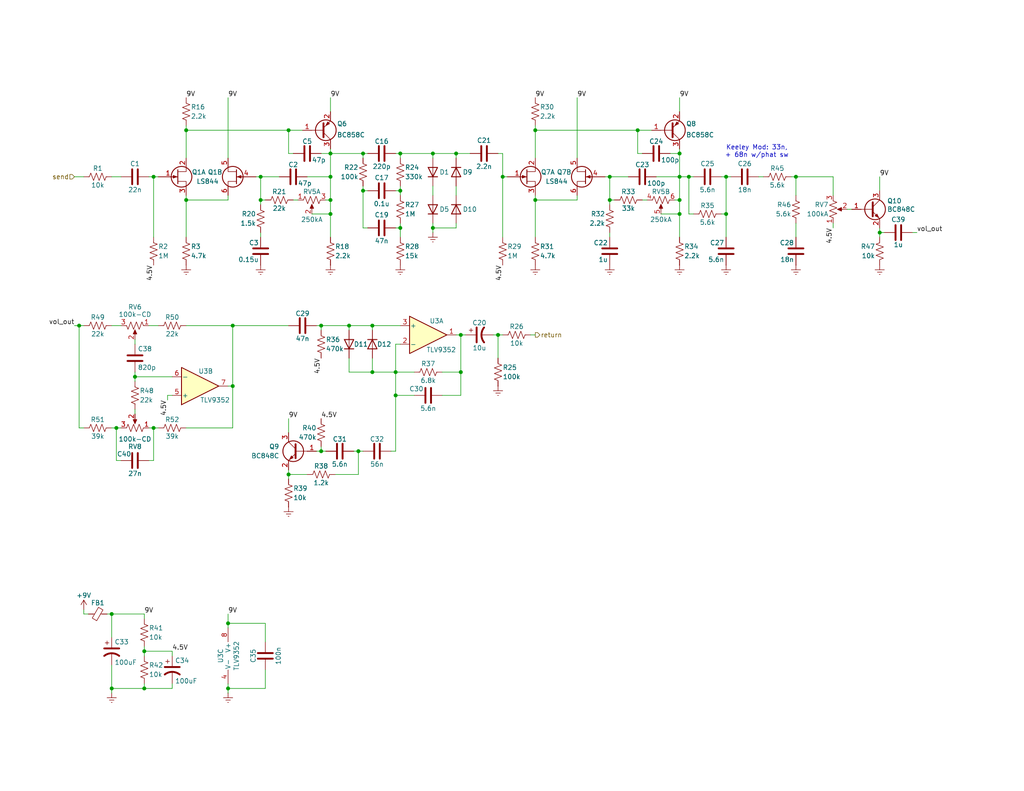
<source format=kicad_sch>
(kicad_sch (version 20250114) (generator "eeschema") (generator_version "9.0")
  (paper "USLetter")
  (title_block (title "Blues Driver") (date "2026-01-18") (rev "1.0.0") (company "Bennett Custom Audio"))
  (lib_symbols
    (symbol "Amplifier_Operational:TLV9302xD" (pin_names (offset 0.127))
      (property "Reference" "U" (at 0 5.08 0))
      (property "Value" "TLV9302xD" (at 0 -5.08 0))
      (symbol "TLV9302xD_1_1"
        (pin input line (at -7.62 2.54 0) (length 2.54) (name "+") (number "3"))
        (pin input line (at -7.62 -2.54 0) (length 2.54) (name "-") (number "2"))
        (pin output line (at 7.62 0 180) (length 2.54) (name "~") (number "1"))
      )
      (symbol "TLV9302xD_2_1"
        (pin input line (at -7.62 2.54 0) (length 2.54) (name "+") (number "5"))
        (pin input line (at -7.62 -2.54 0) (length 2.54) (name "-") (number "6"))
        (pin output line (at 7.62 0 180) (length 2.54) (name "~") (number "7"))
      )
      (symbol "TLV9302xD_3_1"
        (pin power_in line (at -2.54 7.62 270) (length 3.81) (name "V+") (number "8"))
        (pin power_in line (at -2.54 -7.62 90) (length 3.81) (name "V-") (number "4"))
      )
    )
    (symbol "BCA Symbol Library:CP_Power" (pin_numbers (hide yes)) (pin_names (offset 0.254) (hide yes))
      (property "Reference" "C" (at 0.635 2.54 0))
      (property "Value" "CP_Power" (at 0.635 -2.54 0))
      (symbol "CP_Power_1_1"
        (pin passive line (at 0 3.81 270) (length 2.794) (name "~") (number "1"))
        (pin passive line (at 0 -3.81 90) (length 3.302) (name "~") (number "2"))
      )
    )
    (symbol "Device:D" (pin_numbers (hide yes)) (pin_names (offset 1.016) (hide yes))
      (property "Reference" "D" (at 0 2.54 0))
      (property "Value" "D" (at 0 -2.54 0))
      (symbol "D_1_1"
        (pin passive line (at -3.81 0 0) (length 2.54) (name "K") (number "1"))
        (pin passive line (at 3.81 0 180) (length 2.54) (name "A") (number "2"))
      )
    )
    (symbol "Device:FerriteBead_Small" (pin_numbers (hide yes)) (pin_names (offset 0))
      (property "Reference" "FB" (at 1.905 1.27 0))
      (property "Value" "FerriteBead_Small" (at 1.905 -1.27 0))
      (symbol "FerriteBead_Small_1_1"
        (pin passive line (at 0 2.54 270) (length 1.27) (name "~") (number "1"))
        (pin passive line (at 0 -2.54 90) (length 1.27) (name "~") (number "2"))
      )
    )
    (symbol "Transistor_BJT:Q_NPN_BEC" (pin_names (offset 0) (hide yes))
      (property "Reference" "Q" (at 5.08 1.27 0))
      (property "Value" "Q_NPN_BEC" (at 5.08 -1.27 0))
      (symbol "Q_NPN_BEC_1_1"
        (pin input line (at -5.08 0 0) (length 2.54) (name "B") (number "1"))
        (pin passive line (at 2.54 5.08 270) (length 2.54) (name "C") (number "3"))
        (pin passive line (at 2.54 -5.08 90) (length 2.54) (name "E") (number "2"))
      )
    )
    (symbol "Transistor_BJT:Q_PNP_BEC" (pin_names (offset 0) (hide yes))
      (property "Reference" "Q" (at 5.08 1.27 0))
      (property "Value" "Q_PNP_BEC" (at 5.08 -1.27 0))
      (symbol "Q_PNP_BEC_1_1"
        (pin input line (at -5.08 0 0) (length 2.54) (name "B") (number "1"))
        (pin passive line (at 2.54 5.08 270) (length 2.54) (name "C") (number "3"))
        (pin passive line (at 2.54 -5.08 90) (length 2.54) (name "E") (number "2"))
      )
    )
    (symbol "bca-symbols:CP_Audio" (pin_numbers (hide yes)) (pin_names (offset 0.254) (hide yes))
      (property "Reference" "C" (at 0.635 2.54 0))
      (property "Value" "CP_Audio" (at 0.635 -2.54 0))
      (symbol "CP_Audio_1_1"
        (pin passive line (at 0 3.81 270) (length 2.794) (name "~") (number "1"))
        (pin passive line (at 0 -3.81 90) (length 3.302) (name "~") (number "2"))
      )
    )
    (symbol "bca-symbols:C_Ceramic" (pin_numbers (hide yes)) (pin_names (offset 0.254))
      (property "Reference" "C" (at 0.635 2.54 0))
      (property "Value" "C_Ceramic" (at 0.635 -2.54 0))
      (symbol "C_Ceramic_1_1"
        (pin passive line (at 0 3.81 270) (length 2.794) (name "~") (number "1"))
        (pin passive line (at 0 -3.81 90) (length 2.794) (name "~") (number "2"))
      )
    )
    (symbol "bca-symbols:C_Film_W2.50mm" (pin_numbers (hide yes)) (pin_names (offset 0.254))
      (property "Reference" "C" (at 0.635 2.54 0))
      (property "Value" "C_Film_W2.50mm" (at 0.635 -2.54 0))
      (symbol "C_Film_W2.50mm_1_1"
        (pin passive line (at 0 3.81 270) (length 2.794) (name "~") (number "1"))
        (pin passive line (at 0 -3.81 90) (length 2.794) (name "~") (number "2"))
      )
    )
    (symbol "bca-symbols:C_Film_W3.50mm" (pin_numbers (hide yes)) (pin_names (offset 0.254))
      (property "Reference" "C" (at 0.635 2.54 0))
      (property "Value" "C_Film_W3.50mm" (at 0.635 -2.54 0))
      (symbol "C_Film_W3.50mm_1_1"
        (pin passive line (at 0 3.81 270) (length 2.794) (name "~") (number "1"))
        (pin passive line (at 0 -3.81 90) (length 2.794) (name "~") (number "2"))
      )
    )
    (symbol "bca-symbols:LS84x_SOT23" (pin_names (offset 0) (hide yes))
      (property "Reference" "Q" (at 5.08 1.27 0))
      (property "Value" "LS84x_SOT23" (at 5.08 -1.27 0))
      (symbol "LS84x_SOT23_1_1"
        (pin input line (at -5.08 0 0) (length 5.334) (name "G1") (number "1"))
        (pin passive line (at 2.54 5.08 270) (length 2.54) (name "D1") (number "2"))
        (pin passive line (at 2.54 -5.08 90) (length 2.54) (name "S1") (number "3"))
      )
      (symbol "LS84x_SOT23_2_1"
        (pin input line (at -5.08 0 0) (length 5.334) (name "G1") (number "4"))
        (pin passive line (at 2.54 5.08 270) (length 2.54) (name "D2") (number "5"))
        (pin passive line (at 2.54 -5.08 90) (length 2.54) (name "S1") (number "6"))
      )
    )
    (symbol "bca-symbols:R" (pin_numbers (hide yes)) (pin_names (offset 0))
      (property "Reference" "R" (at 0 2.032 0))
      (property "Value" "R" (at 0 -2.54 0))
      (symbol "R_1_1"
        (pin passive line (at -3.81 0 0) (length 1.27) (name "~") (number "1"))
        (pin passive line (at 3.81 0 180) (length 1.27) (name "~") (number "2"))
      )
    )
    (symbol "bca-symbols:R_POT" (pin_names (offset 1.016) (hide yes))
      (property "Reference" "RV" (at -5.08 0 90))
      (property "Value" "R_POT" (at -2.54 0 90))
      (symbol "R_POT_1_1"
        (pin passive line (at 0 3.81 270) (length 1.27) (name "3") (number "3"))
        (pin passive line (at 0 -3.81 90) (length 1.27) (name "1") (number "1"))
        (pin passive line (at 3.81 0 180) (length 1.27) (name "2") (number "2"))
      )
    )
    (symbol "bca-symbols:R_POT_Dual" (pin_names (offset 1.016) (hide yes))
      (property "Reference" "RV" (at -4.445 0 90))
      (property "Value" "R_POT_Dual" (at -2.54 0 90))
      (symbol "R_POT_Dual_1_1"
        (pin passive line (at 0 3.81 270) (length 1.27) (name "6") (number "3"))
        (pin passive line (at 0 -3.81 90) (length 1.27) (name "4") (number "1"))
        (pin passive line (at 3.81 0 180) (length 1.27) (name "5") (number "2"))
      )
      (symbol "R_POT_Dual_2_1"
        (pin passive line (at 0 3.81 270) (length 1.27) (name "6") (number "6"))
        (pin passive line (at 0 -3.81 90) (length 1.27) (name "4") (number "4"))
        (pin passive line (at 3.81 0 180) (length 1.27) (name "5") (number "5"))
      )
    )
    (symbol "power:+9V" (power) (pin_numbers (hide yes)) (pin_names (offset 0) (hide yes))
      (property "Value" "+9V" (at 0 3.556 0))
      (symbol "+9V_1_1"
        (pin power_in line (at 0 0 90) (length 0) (name "~") (number "1"))
      )
    )
    (symbol "power:Earth" (power) (pin_numbers (hide yes)) (pin_names (offset 0) (hide yes))
      (property "Value" "Earth" (at 0 -3.81 0))
      (symbol "Earth_1_1"
        (pin power_in line (at 0 0 270) (length 0) (name "~") (number "1"))
      )
    )
  )
  (text "Keeley Mod: 33n,\n+ 68n w/phat sw" (at 206.502 41.402 0) (effects (font (size 1.27 1.27))))
  (junction (at 185.42 41.91))
  (junction (at 125.73 91.44))
  (junction (at 63.5 88.9))
  (junction (at 31.75 116.84))
  (junction (at 50.8 54.61))
  (junction (at 21.59 88.9))
  (junction (at 198.12 48.26))
  (junction (at 36.83 102.87))
  (junction (at 99.06 52.07))
  (junction (at 71.12 54.61))
  (junction (at 63.5 105.41))
  (junction (at 146.05 54.61))
  (junction (at 39.37 187.96))
  (junction (at 185.42 48.26))
  (junction (at 71.12 48.26))
  (junction (at 50.8 35.56))
  (junction (at 107.95 107.95))
  (junction (at 90.17 48.26))
  (junction (at 198.12 58.42))
  (junction (at 118.11 62.23))
  (junction (at 78.74 35.56))
  (junction (at 109.22 52.07))
  (junction (at 135.89 91.44))
  (junction (at 101.6 88.9))
  (junction (at 41.91 116.84))
  (junction (at 39.37 177.8))
  (junction (at 30.48 187.96))
  (junction (at 101.6 101.6))
  (junction (at 62.23 170.18))
  (junction (at 90.17 58.42))
  (junction (at 146.05 35.56))
  (junction (at 118.11 41.91))
  (junction (at 217.17 48.26))
  (junction (at 109.22 41.91))
  (junction (at 90.17 41.91))
  (junction (at 62.23 187.96))
  (junction (at 166.37 54.61))
  (junction (at 97.79 123.19))
  (junction (at 90.17 54.61))
  (junction (at 87.63 123.19))
  (junction (at 30.48 167.64))
  (junction (at 87.63 88.9))
  (junction (at 125.73 101.6))
  (junction (at 173.99 35.56))
  (junction (at 166.37 48.26))
  (junction (at 95.25 88.9))
  (junction (at 240.03 63.5))
  (junction (at 41.91 48.26))
  (junction (at 109.22 62.23))
  (junction (at 185.42 54.61))
  (junction (at 124.46 41.91))
  (junction (at 137.16 48.26))
  (junction (at 187.96 48.26))
  (junction (at 99.06 41.91))
  (junction (at 78.74 129.54))
  (junction (at 107.95 101.6))
  (junction (at 185.42 58.42))
  (wire (pts (xy 50.8 35.56) (xy 78.74 35.56)))
  (wire (pts (xy 62.23 187.96) (xy 62.23 189.23)))
  (wire (pts (xy 101.6 97.79) (xy 101.6 101.6)))
  (wire (pts (xy 175.26 41.91) (xy 173.99 41.91)))
  (wire (pts (xy 85.09 58.42) (xy 90.17 58.42)))
  (wire (pts (xy 71.12 48.26) (xy 69.85 48.26)))
  (wire (pts (xy 185.42 54.61) (xy 185.42 58.42)))
  (wire (pts (xy 50.8 116.84) (xy 63.5 116.84)))
  (wire (pts (xy 22.86 166.37) (xy 22.86 167.64)))
  (wire (pts (xy 40.64 88.9) (xy 43.18 88.9)))
  (wire (pts (xy 137.16 41.91) (xy 137.16 48.26)))
  (wire (pts (xy 198.12 48.26) (xy 198.12 58.42)))
  (wire (pts (xy 72.39 170.18) (xy 62.23 170.18)))
  (wire (pts (xy 62.23 167.64) (xy 62.23 170.18)))
  (wire (pts (xy 124.46 50.8) (xy 124.46 53.34)))
  (wire (pts (xy 118.11 41.91) (xy 118.11 43.18)))
  (wire (pts (xy 100.33 62.23) (xy 99.06 62.23)))
  (wire (pts (xy 217.17 48.26) (xy 215.9 48.26)))
  (wire (pts (xy 99.06 52.07) (xy 99.06 62.23)))
  (wire (pts (xy 78.74 41.91) (xy 78.74 35.56)))
  (wire (pts (xy 196.85 58.42) (xy 198.12 58.42)))
  (wire (pts (xy 30.48 116.84) (xy 31.75 116.84)))
  (wire (pts (xy 124.46 41.91) (xy 118.11 41.91)))
  (wire (pts (xy 90.17 40.64) (xy 90.17 41.91)))
  (wire (pts (xy 125.73 107.95) (xy 125.73 101.6)))
  (wire (pts (xy 62.23 186.69) (xy 62.23 187.96)))
  (wire (pts (xy 107.95 101.6) (xy 107.95 93.98)))
  (wire (pts (xy 146.05 54.61) (xy 146.05 64.77)))
  (wire (pts (xy 87.63 88.9) (xy 86.36 88.9)))
  (wire (pts (xy 95.25 97.79) (xy 95.25 101.6)))
  (wire (pts (xy 217.17 48.26) (xy 227.33 48.26)))
  (wire (pts (xy 90.17 54.61) (xy 90.17 58.42)))
  (wire (pts (xy 87.63 123.19) (xy 88.9 123.19)))
  (wire (pts (xy 101.6 88.9) (xy 101.6 90.17)))
  (wire (pts (xy 107.95 107.95) (xy 107.95 123.19)))
  (wire (pts (xy 173.99 35.56) (xy 177.8 35.56)))
  (wire (pts (xy 146.05 34.29) (xy 146.05 35.56)))
  (wire (pts (xy 137.16 64.77) (xy 137.16 48.26)))
  (wire (pts (xy 41.91 64.77) (xy 41.91 48.26)))
  (wire (pts (xy 87.63 121.92) (xy 87.63 123.19)))
  (wire (pts (xy 30.48 187.96) (xy 30.48 189.23)))
  (wire (pts (xy 109.22 52.07) (xy 109.22 53.34)))
  (wire (pts (xy 71.12 48.26) (xy 71.12 54.61)))
  (wire (pts (xy 78.74 129.54) (xy 83.82 129.54)))
  (wire (pts (xy 90.17 41.91) (xy 99.06 41.91)))
  (wire (pts (xy 107.95 52.07) (xy 109.22 52.07)))
  (wire (pts (xy 109.22 62.23) (xy 109.22 64.77)))
  (wire (pts (xy 124.46 43.18) (xy 124.46 41.91)))
  (wire (pts (xy 30.48 88.9) (xy 33.02 88.9)))
  (wire (pts (xy 187.96 48.26) (xy 189.23 48.26)))
  (wire (pts (xy 50.8 34.29) (xy 50.8 35.56)))
  (wire (pts (xy 31.75 116.84) (xy 31.75 125.73)))
  (wire (pts (xy 80.01 41.91) (xy 78.74 41.91)))
  (wire (pts (xy 198.12 48.26) (xy 199.39 48.26)))
  (wire (pts (xy 101.6 88.9) (xy 109.22 88.9)))
  (wire (pts (xy 180.34 58.42) (xy 185.42 58.42)))
  (wire (pts (xy 31.75 116.84) (xy 33.02 116.84)))
  (wire (pts (xy 30.48 167.64) (xy 39.37 167.64)))
  (wire (pts (xy 124.46 60.96) (xy 124.46 62.23)))
  (wire (pts (xy 87.63 41.91) (xy 90.17 41.91)))
  (wire (pts (xy 107.95 107.95) (xy 107.95 101.6)))
  (wire (pts (xy 240.03 62.23) (xy 240.03 63.5)))
  (wire (pts (xy 80.01 54.61) (xy 81.28 54.61)))
  (wire (pts (xy 63.5 88.9) (xy 78.74 88.9)))
  (wire (pts (xy 97.79 123.19) (xy 97.79 129.54)))
  (wire (pts (xy 36.83 101.6) (xy 36.83 102.87)))
  (wire (pts (xy 30.48 173.99) (xy 30.48 167.64)))
  (wire (pts (xy 78.74 114.3) (xy 78.74 118.11)))
  (wire (pts (xy 227.33 53.34) (xy 227.33 48.26)))
  (wire (pts (xy 157.48 53.34) (xy 157.48 54.61)))
  (wire (pts (xy 135.89 91.44) (xy 137.16 91.44)))
  (wire (pts (xy 146.05 35.56) (xy 146.05 43.18)))
  (wire (pts (xy 118.11 62.23) (xy 118.11 63.5)))
  (wire (pts (xy 71.12 63.5) (xy 71.12 64.77)))
  (wire (pts (xy 30.48 48.26) (xy 33.02 48.26)))
  (wire (pts (xy 207.01 48.26) (xy 208.28 48.26)))
  (wire (pts (xy 45.72 109.22) (xy 45.72 107.95)))
  (wire (pts (xy 50.8 54.61) (xy 50.8 64.77)))
  (wire (pts (xy 109.22 41.91) (xy 107.95 41.91)))
  (wire (pts (xy 101.6 101.6) (xy 107.95 101.6)))
  (wire (pts (xy 50.8 35.56) (xy 50.8 43.18)))
  (wire (pts (xy 50.8 54.61) (xy 62.23 54.61)))
  (wire (pts (xy 107.95 93.98) (xy 109.22 93.98)))
  (wire (pts (xy 63.5 105.41) (xy 63.5 88.9)))
  (wire (pts (xy 22.86 167.64) (xy 24.13 167.64)))
  (wire (pts (xy 95.25 88.9) (xy 95.25 90.17)))
  (wire (pts (xy 62.23 53.34) (xy 62.23 54.61)))
  (wire (pts (xy 62.23 105.41) (xy 63.5 105.41)))
  (wire (pts (xy 45.72 107.95) (xy 46.99 107.95)))
  (wire (pts (xy 248.92 63.5) (xy 250.19 63.5)))
  (wire (pts (xy 71.12 48.26) (xy 76.2 48.26)))
  (wire (pts (xy 40.64 125.73) (xy 41.91 125.73)))
  (wire (pts (xy 227.33 62.23) (xy 227.33 60.96)))
  (wire (pts (xy 30.48 167.64) (xy 29.21 167.64)))
  (wire (pts (xy 83.82 48.26) (xy 90.17 48.26)))
  (wire (pts (xy 166.37 55.88) (xy 166.37 54.61)))
  (wire (pts (xy 231.14 57.15) (xy 232.41 57.15)))
  (wire (pts (xy 21.59 88.9) (xy 22.86 88.9)))
  (wire (pts (xy 62.23 187.96) (xy 72.39 187.96)))
  (wire (pts (xy 46.99 179.07) (xy 46.99 177.8)))
  (wire (pts (xy 20.32 48.26) (xy 22.86 48.26)))
  (wire (pts (xy 118.11 41.91) (xy 109.22 41.91)))
  (wire (pts (xy 185.42 48.26) (xy 185.42 54.61)))
  (wire (pts (xy 120.65 101.6) (xy 125.73 101.6)))
  (wire (pts (xy 118.11 62.23) (xy 124.46 62.23)))
  (wire (pts (xy 20.32 88.9) (xy 21.59 88.9)))
  (wire (pts (xy 41.91 116.84) (xy 41.91 125.73)))
  (wire (pts (xy 95.25 101.6) (xy 101.6 101.6)))
  (wire (pts (xy 99.06 43.18) (xy 99.06 41.91)))
  (wire (pts (xy 72.39 175.26) (xy 72.39 170.18)))
  (wire (pts (xy 41.91 116.84) (xy 43.18 116.84)))
  (wire (pts (xy 109.22 62.23) (xy 107.95 62.23)))
  (wire (pts (xy 39.37 186.69) (xy 39.37 187.96)))
  (wire (pts (xy 118.11 60.96) (xy 118.11 62.23)))
  (wire (pts (xy 187.96 58.42) (xy 187.96 48.26)))
  (wire (pts (xy 72.39 187.96) (xy 72.39 182.88)))
  (wire (pts (xy 87.63 90.17) (xy 87.63 88.9)))
  (wire (pts (xy 90.17 26.67) (xy 90.17 30.48)))
  (wire (pts (xy 166.37 54.61) (xy 167.64 54.61)))
  (wire (pts (xy 124.46 41.91) (xy 128.27 41.91)))
  (wire (pts (xy 109.22 60.96) (xy 109.22 62.23)))
  (wire (pts (xy 182.88 41.91) (xy 185.42 41.91)))
  (wire (pts (xy 217.17 53.34) (xy 217.17 48.26)))
  (wire (pts (xy 240.03 63.5) (xy 241.3 63.5)))
  (wire (pts (xy 146.05 53.34) (xy 146.05 54.61)))
  (wire (pts (xy 46.99 186.69) (xy 46.99 187.96)))
  (wire (pts (xy 90.17 41.91) (xy 90.17 48.26)))
  (wire (pts (xy 198.12 58.42) (xy 198.12 64.77)))
  (wire (pts (xy 144.78 91.44) (xy 146.05 91.44)))
  (wire (pts (xy 41.91 48.26) (xy 43.18 48.26)))
  (wire (pts (xy 184.15 54.61) (xy 185.42 54.61)))
  (wire (pts (xy 185.42 58.42) (xy 185.42 64.77)))
  (wire (pts (xy 125.73 91.44) (xy 127 91.44)))
  (wire (pts (xy 36.83 111.76) (xy 36.83 113.03)))
  (wire (pts (xy 39.37 177.8) (xy 39.37 179.07)))
  (wire (pts (xy 78.74 35.56) (xy 82.55 35.56)))
  (wire (pts (xy 97.79 123.19) (xy 99.06 123.19)))
  (wire (pts (xy 113.03 107.95) (xy 107.95 107.95)))
  (wire (pts (xy 46.99 187.96) (xy 39.37 187.96)))
  (wire (pts (xy 63.5 88.9) (xy 50.8 88.9)))
  (wire (pts (xy 166.37 48.26) (xy 171.45 48.26)))
  (wire (pts (xy 96.52 123.19) (xy 97.79 123.19)))
  (wire (pts (xy 179.07 48.26) (xy 185.42 48.26)))
  (wire (pts (xy 135.89 91.44) (xy 134.62 91.44)))
  (wire (pts (xy 166.37 48.26) (xy 165.1 48.26)))
  (wire (pts (xy 62.23 26.67) (xy 62.23 43.18)))
  (wire (pts (xy 71.12 55.88) (xy 71.12 54.61)))
  (wire (pts (xy 90.17 48.26) (xy 90.17 54.61)))
  (wire (pts (xy 185.42 26.67) (xy 185.42 30.48)))
  (wire (pts (xy 30.48 181.61) (xy 30.48 187.96)))
  (wire (pts (xy 175.26 54.61) (xy 176.53 54.61)))
  (wire (pts (xy 120.65 107.95) (xy 125.73 107.95)))
  (wire (pts (xy 146.05 54.61) (xy 157.48 54.61)))
  (wire (pts (xy 185.42 48.26) (xy 187.96 48.26)))
  (wire (pts (xy 40.64 48.26) (xy 41.91 48.26)))
  (wire (pts (xy 39.37 177.8) (xy 46.99 177.8)))
  (wire (pts (xy 78.74 129.54) (xy 78.74 130.81)))
  (wire (pts (xy 109.22 52.07) (xy 109.22 50.8)))
  (wire (pts (xy 217.17 60.96) (xy 217.17 64.77)))
  (wire (pts (xy 166.37 63.5) (xy 166.37 64.77)))
  (wire (pts (xy 166.37 48.26) (xy 166.37 54.61)))
  (wire (pts (xy 36.83 102.87) (xy 46.99 102.87)))
  (wire (pts (xy 185.42 40.64) (xy 185.42 41.91)))
  (wire (pts (xy 185.42 41.91) (xy 185.42 48.26)))
  (wire (pts (xy 157.48 26.67) (xy 157.48 43.18)))
  (wire (pts (xy 135.89 41.91) (xy 137.16 41.91)))
  (wire (pts (xy 125.73 91.44) (xy 124.46 91.44)))
  (wire (pts (xy 240.03 48.26) (xy 240.03 52.07)))
  (wire (pts (xy 95.25 88.9) (xy 101.6 88.9)))
  (wire (pts (xy 36.83 104.14) (xy 36.83 102.87)))
  (wire (pts (xy 87.63 123.19) (xy 86.36 123.19)))
  (wire (pts (xy 22.86 116.84) (xy 21.59 116.84)))
  (wire (pts (xy 63.5 116.84) (xy 63.5 105.41)))
  (wire (pts (xy 39.37 187.96) (xy 30.48 187.96)))
  (wire (pts (xy 99.06 41.91) (xy 100.33 41.91)))
  (wire (pts (xy 196.85 48.26) (xy 198.12 48.26)))
  (wire (pts (xy 99.06 52.07) (xy 99.06 50.8)))
  (wire (pts (xy 91.44 129.54) (xy 97.79 129.54)))
  (wire (pts (xy 90.17 58.42) (xy 90.17 64.77)))
  (wire (pts (xy 50.8 53.34) (xy 50.8 54.61)))
  (wire (pts (xy 33.02 125.73) (xy 31.75 125.73)))
  (wire (pts (xy 106.68 123.19) (xy 107.95 123.19)))
  (wire (pts (xy 39.37 168.91) (xy 39.37 167.64)))
  (wire (pts (xy 118.11 50.8) (xy 118.11 53.34)))
  (wire (pts (xy 36.83 92.71) (xy 36.83 93.98)))
  (wire (pts (xy 189.23 58.42) (xy 187.96 58.42)))
  (wire (pts (xy 173.99 41.91) (xy 173.99 35.56)))
  (wire (pts (xy 137.16 48.26) (xy 138.43 48.26)))
  (wire (pts (xy 78.74 128.27) (xy 78.74 129.54)))
  (wire (pts (xy 240.03 63.5) (xy 240.03 64.77)))
  (wire (pts (xy 107.95 101.6) (xy 113.03 101.6)))
  (wire (pts (xy 87.63 88.9) (xy 95.25 88.9)))
  (wire (pts (xy 88.9 54.61) (xy 90.17 54.61)))
  (wire (pts (xy 146.05 35.56) (xy 173.99 35.56)))
  (wire (pts (xy 39.37 176.53) (xy 39.37 177.8)))
  (wire (pts (xy 21.59 116.84) (xy 21.59 88.9)))
  (wire (pts (xy 40.64 116.84) (xy 41.91 116.84)))
  (wire (pts (xy 100.33 52.07) (xy 99.06 52.07)))
  (wire (pts (xy 135.89 97.79) (xy 135.89 91.44)))
  (wire (pts (xy 109.22 43.18) (xy 109.22 41.91)))
  (wire (pts (xy 62.23 170.18) (xy 62.23 171.45)))
  (wire (pts (xy 71.12 54.61) (xy 72.39 54.61)))
  (wire (pts (xy 125.73 101.6) (xy 125.73 91.44)))
  (label "9V" (at 240.03 48.26 0))
  (label "9V" (at 50.8 26.67 0))
  (label "9V" (at 185.42 26.67 0))
  (label "vol_out" (at 250.19 63.5 0))
  (label "9V" (at 62.23 26.67 0))
  (label "9V" (at 90.17 26.67 0))
  (label "9V" (at 157.48 26.67 0))
  (label "9V" (at 78.74 114.3 0))
  (label "vol_out" (at 20.32 88.9 180))
  (label "9V" (at 146.05 26.67 0))
  (label "4.5V" (at 227.33 62.23 270))
  (label "4.5V" (at 41.91 72.39 270))
  (label "4.5V" (at 87.63 97.79 270))
  (label "4.5V" (at 87.63 114.3 0))
  (label "9V" (at 39.37 167.64 0))
  (label "4.5V" (at 45.72 109.22 270))
  (label "4.5V" (at 137.16 72.39 270))
  (label "4.5V" (at 46.99 177.8 0))
  (label "9V" (at 62.23 167.64 0))
  (hierarchical_label "send" (shape input) (at 20.32 48.26 180))
  (hierarchical_label "return" (shape output) (at 146.05 91.44 0))
  (symbol (lib_id "Amplifier_Operational:TLV9302xD") (at 116.84 91.44 0) (unit 1)
    (property "Reference" "U3" (at 119.126 87.63 0))
    (property "Value" "TLV9352" (at 120.396 95.504 0))
    (property "Footprint" "Package_SO:SOIC-8_3.9x4.9mm_P1.27mm" (effects (hide yes)))
    (property "Datasheet" "https://www.ti.com/lit/ds/symlink/tlv9302.pdf" (effects (hide yes)))
    (property "Description" "40-V, 1-MHz, RRO Operational Amplifiers for Cost-Sensitive Systems, SOIC-8" (effects (hide yes)))
  )
  (symbol (lib_id "power:Earth") (at 62.23 189.23 0) (unit 1)
    (property "Reference" "#PWR044" (effects (hide yes)))
    (property "Value" "Earth" (effects (hide yes)))
    (property "Description" "Power symbol creates a global label with name \"Earth\"" (effects (hide yes)))
  )
  (symbol (lib_id "bca-symbols:R") (at 76.2 54.61 0) (unit 1)
    (property "Reference" "R21" (at 76.2 52.324 0))
    (property "Value" "22k" (at 76.2 56.896 0))
    (property "Footprint" "bca-footprints:R_L3.6mm_D1.6mm_P5.00mm_Horizontal" (effects (hide yes)))
    (property "Description" "Resistor, Horizontal" (effects (hide yes)))
  )
  (symbol (lib_id "bca-symbols:C_Film_W3.50mm") (at 245.11 63.5 90) (mirror x) (unit 1)
    (property "Reference" "C39" (at 245.11 59.944 90))
    (property "Value" "1u" (at 245.11 66.802 90))
    (property "Footprint" "bca-footprints:C_Film_L7.2mm_W3.5mm_P5.00mm" (effects (hide yes)))
    (property "Description" "Unpolarized capacitor" (effects (hide yes)))
  )
  (symbol (lib_id "bca-symbols:R") (at 240.03 68.58 270) (mirror x) (unit 1)
    (property "Reference" "R47" (at 238.76 67.31 90) (effects (justify right)))
    (property "Value" "10k" (at 238.76 69.85 90) (effects (justify right)))
    (property "Footprint" "bca-footprints:R_L3.6mm_D1.6mm_P5.00mm_Horizontal" (effects (hide yes)))
    (property "Description" "Resistor, Horizontal" (effects (hide yes)))
  )
  (symbol (lib_id "power:Earth") (at 166.37 72.39 0) (unit 1)
    (property "Reference" "#PWR032" (effects (hide yes)))
    (property "Value" "Earth" (effects (hide yes)))
    (property "Description" "Power symbol creates a global label with name \"Earth\"" (effects (hide yes)))
  )
  (symbol (lib_id "bca-symbols:R") (at 109.22 46.99 90) (unit 1)
    (property "Reference" "R24" (at 110.49 45.72 90) (effects (justify right)))
    (property "Value" "330k" (at 110.49 48.26 90) (effects (justify right)))
    (property "Footprint" "bca-footprints:R_L3.6mm_D1.6mm_P5.00mm_Horizontal" (effects (hide yes)))
    (property "Description" "Resistor, Horizontal" (effects (hide yes)))
  )
  (symbol (lib_id "bca-symbols:R") (at 140.97 91.44 0) (unit 1)
    (property "Reference" "R26" (at 140.97 89.154 0))
    (property "Value" "10k" (at 140.97 93.726 0))
    (property "Footprint" "bca-footprints:R_L3.6mm_D1.6mm_P5.00mm_Horizontal" (effects (hide yes)))
    (property "Description" "Resistor, Horizontal" (effects (hide yes)))
  )
  (symbol (lib_id "bca-symbols:R") (at 39.37 172.72 90) (unit 1)
    (property "Reference" "R41" (at 40.64 171.45 90) (effects (justify right)))
    (property "Value" "10k" (at 40.64 173.99 90) (effects (justify right)))
    (property "Footprint" "bca-footprints:R_L3.6mm_D1.6mm_P5.00mm_Horizontal" (effects (hide yes)))
    (property "Description" "Resistor, Horizontal" (effects (hide yes)))
  )
  (symbol (lib_id "power:Earth") (at 198.12 72.39 0) (unit 1)
    (property "Reference" "#PWR035" (effects (hide yes)))
    (property "Value" "Earth" (effects (hide yes)))
    (property "Description" "Power symbol creates a global label with name \"Earth\"" (effects (hide yes)))
  )
  (symbol (lib_id "bca-symbols:C_Ceramic") (at 80.01 48.26 90) (unit 1)
    (property "Reference" "C2" (at 80.01 44.958 90))
    (property "Value" "47p" (at 81.28 50.038 90) (effects (justify right)))
    (property "Footprint" "bca-footprints:C_Ceramic_L4.0mm_W2.5mm_P2.50mm" (effects (hide yes)))
    (property "Description" "Unpolarized capacitor" (effects (hide yes)))
  )
  (symbol (lib_id "bca-symbols:C_Film_W2.50mm") (at 36.83 48.26 90) (unit 1)
    (property "Reference" "C1" (at 36.83 44.704 90))
    (property "Value" "22n" (at 36.83 51.816 90))
    (property "Footprint" "bca-footprints:C_Film_L7.2mm_W2.5mm_P5.00mm" (effects (hide yes)))
    (property "Description" "Unpolarized capacitor" (effects (hide yes)))
  )
  (symbol (lib_id "bca-symbols:C_Film_W2.50mm") (at 104.14 62.23 90) (unit 1)
    (property "Reference" "C19" (at 104.14 58.674 90))
    (property "Value" "47n" (at 104.14 65.786 90))
    (property "Footprint" "bca-footprints:C_Film_L7.2mm_W2.5mm_P5.00mm" (effects (hide yes)))
    (property "Description" "Unpolarized capacitor" (effects (hide yes)))
  )
  (symbol (lib_id "power:Earth") (at 90.17 72.39 0) (unit 1)
    (property "Reference" "#PWR021" (effects (hide yes)))
    (property "Value" "Earth" (effects (hide yes)))
    (property "Description" "Power symbol creates a global label with name \"Earth\"" (effects (hide yes)))
  )
  (symbol (lib_id "bca-symbols:R") (at 90.17 68.58 90) (unit 1)
    (property "Reference" "R18" (at 91.44 67.31 90) (effects (justify right)))
    (property "Value" "2.2k" (at 91.44 69.85 90) (effects (justify right)))
    (property "Footprint" "bca-footprints:R_L3.6mm_D1.6mm_P5.00mm_Horizontal" (effects (hide yes)))
    (property "Description" "Resistor, Horizontal" (effects (hide yes)))
  )
  (symbol (lib_id "bca-symbols:R") (at 26.67 116.84 0) (unit 1)
    (property "Reference" "R51" (at 26.67 114.554 0))
    (property "Value" "39k" (at 26.67 119.126 0))
    (property "Footprint" "bca-footprints:R_L3.6mm_D1.6mm_P5.00mm_Horizontal" (effects (hide yes)))
    (property "Description" "Resistor, Horizontal" (effects (hide yes)))
  )
  (symbol (lib_id "bca-symbols:C_Film_W2.50mm") (at 217.17 68.58 180) (unit 1)
    (property "Reference" "C28" (at 216.662 66.294 0) (effects (justify left)))
    (property "Value" "18n" (at 216.662 70.866 0) (effects (justify left)))
    (property "Footprint" "bca-footprints:C_Film_L7.2mm_W2.5mm_P5.00mm" (effects (hide yes)))
    (property "Description" "Unpolarized capacitor" (effects (hide yes)))
  )
  (symbol (lib_id "bca-symbols:R") (at 46.99 116.84 0) (unit 1)
    (property "Reference" "R52" (at 46.99 114.554 0))
    (property "Value" "39k" (at 46.99 119.126 0))
    (property "Footprint" "bca-footprints:R_L3.6mm_D1.6mm_P5.00mm_Horizontal" (effects (hide yes)))
    (property "Description" "Resistor, Horizontal" (effects (hide yes)))
  )
  (symbol (lib_id "bca-symbols:R") (at 87.63 118.11 90) (unit 1)
    (property "Reference" "R40" (at 86.36 116.84 90) (effects (justify left)))
    (property "Value" "470k" (at 86.36 119.38 90) (effects (justify left)))
    (property "Footprint" "bca-footprints:R_L3.6mm_D1.6mm_P5.00mm_Horizontal" (effects (hide yes)))
    (property "Description" "Resistor, Horizontal" (effects (hide yes)))
  )
  (symbol (lib_id "bca-symbols:C_Film_W2.50mm") (at 36.83 125.73 90) (unit 1)
    (property "Reference" "C40" (at 35.814 123.952 90) (effects (justify left)))
    (property "Value" "27n" (at 36.83 129.286 90))
    (property "Footprint" "bca-footprints:C_Film_L7.2mm_W2.5mm_P5.00mm" (effects (hide yes)))
    (property "Description" "Unpolarized capacitor" (effects (hide yes)))
  )
  (symbol (lib_id "bca-symbols:C_Ceramic") (at 83.82 41.91 90) (unit 1)
    (property "Reference" "C5" (at 83.82 38.608 90))
    (property "Value" "47p" (at 85.09 43.688 90) (effects (justify right)))
    (property "Footprint" "bca-footprints:C_Ceramic_L4.0mm_W2.5mm_P2.50mm" (effects (hide yes)))
    (property "Description" "Unpolarized capacitor" (effects (hide yes)))
  )
  (symbol (lib_id "bca-symbols:CP_Audio") (at 130.81 91.44 90) (mirror x) (unit 1)
    (property "Reference" "C20" (at 130.81 88.138 90))
    (property "Value" "10u" (at 130.81 94.996 90))
    (property "Footprint" "bca-footprints:CP_Radial_D4.0mm_P1.50mm" (effects (hide yes)))
    (property "Description" "Polarized capacitor, footprint sized for power rails" (effects (hide yes)))
  )
  (symbol (lib_id "Device:FerriteBead_Small") (at 26.67 167.64 90) (unit 1)
    (property "Reference" "FB1" (at 26.67 164.592 90))
    (property "Value" "FerriteBead_Small" (effects (hide yes)))
    (property "Footprint" "Inductor_SMD:L_0805_2012Metric_Pad1.15x1.40mm_HandSolder" (effects (hide yes)))
    (property "Description" "Ferrite bead, small symbol" (effects (hide yes)))
  )
  (symbol (lib_id "bca-symbols:R") (at 26.67 48.26 0) (unit 1)
    (property "Reference" "R1" (at 26.67 45.974 0))
    (property "Value" "10k" (at 26.67 50.546 0))
    (property "Footprint" "bca-footprints:R_L3.6mm_D1.6mm_P5.00mm_Horizontal" (effects (hide yes)))
    (property "Description" "Resistor, Horizontal" (effects (hide yes)))
  )
  (symbol (lib_id "bca-symbols:C_Ceramic") (at 104.14 41.91 90) (unit 1)
    (property "Reference" "C16" (at 104.14 38.608 90))
    (property "Value" "220p" (at 104.14 45.466 90))
    (property "Footprint" "bca-footprints:C_Ceramic_L4.0mm_W2.5mm_P2.50mm" (effects (hide yes)))
    (property "Description" "Unpolarized capacitor" (effects (hide yes)))
  )
  (symbol (lib_id "bca-symbols:R_POT") (at 36.83 116.84 90) (unit 1)
    (property "Reference" "RV8" (at 36.83 121.92 90))
    (property "Value" "100k-CD" (at 36.83 119.888 90))
    (property "Footprint" "bca-footprints:R_POT" (effects (hide yes)))
    (property "Description" "Potentiometer" (effects (hide yes)))
  )
  (symbol (lib_id "power:Earth") (at 71.12 72.39 0) (unit 1)
    (property "Reference" "#PWR022" (effects (hide yes)))
    (property "Value" "Earth" (effects (hide yes)))
    (property "Description" "Power symbol creates a global label with name \"Earth\"" (effects (hide yes)))
  )
  (symbol (lib_id "Transistor_BJT:Q_PNP_BEC") (at 87.63 35.56 0) (mirror x) (unit 1)
    (property "Reference" "Q6" (at 91.948 33.782 0) (effects (justify left)))
    (property "Value" "BC858C" (at 91.948 36.83 0) (effects (justify left)))
    (property "Description" "PNP transistor, base/emitter/collector" (effects (hide yes)))
    (property "Sim.Device" "PNP" (effects (hide yes)))
    (property "Sim.Pins" "1=B 2=E 3=C" (effects (hide yes)))
  )
  (symbol (lib_id "Device:D") (at 101.6 93.98 90) (mirror x) (unit 1)
    (property "Reference" "D12" (at 102.87 93.98 90) (effects (justify right)))
    (property "Value" "1N4148" (effects (hide yes)))
    (property "Description" "Diode" (effects (hide yes)))
    (property "Sim.Device" "D" (effects (hide yes)))
    (property "Sim.Pins" "1=K 2=A" (effects (hide yes)))
  )
  (symbol (lib_id "power:Earth") (at 185.42 72.39 0) (unit 1)
    (property "Reference" "#PWR034" (effects (hide yes)))
    (property "Value" "Earth" (effects (hide yes)))
    (property "Description" "Power symbol creates a global label with name \"Earth\"" (effects (hide yes)))
  )
  (symbol (lib_id "power:Earth") (at 78.74 138.43 0) (unit 1)
    (property "Reference" "#PWR041" (effects (hide yes)))
    (property "Value" "Earth" (effects (hide yes)))
    (property "Description" "Power symbol creates a global label with name \"Earth\"" (effects (hide yes)))
  )
  (symbol (lib_id "bca-symbols:R") (at 109.22 68.58 90) (unit 1)
    (property "Reference" "R28" (at 110.49 67.31 90) (effects (justify right)))
    (property "Value" "15k" (at 110.49 69.85 90) (effects (justify right)))
    (property "Footprint" "bca-footprints:R_L3.6mm_D1.6mm_P5.00mm_Horizontal" (effects (hide yes)))
    (property "Description" "Resistor, Horizontal" (effects (hide yes)))
  )
  (symbol (lib_id "bca-symbols:R") (at 166.37 59.69 90) (unit 1)
    (property "Reference" "R32" (at 165.1 58.42 90) (effects (justify left)))
    (property "Value" "2.2k" (at 165.1 60.96 90) (effects (justify left)))
    (property "Footprint" "bca-footprints:R_L3.6mm_D1.6mm_P5.00mm_Horizontal" (effects (hide yes)))
    (property "Description" "Resistor, Horizontal" (effects (hide yes)))
  )
  (symbol (lib_id "bca-symbols:R") (at 71.12 59.69 90) (unit 1)
    (property "Reference" "R20" (at 69.85 58.42 90) (effects (justify left)))
    (property "Value" "1.5k" (at 69.85 60.96 90) (effects (justify left)))
    (property "Footprint" "bca-footprints:R_L3.6mm_D1.6mm_P5.00mm_Horizontal" (effects (hide yes)))
    (property "Description" "Resistor, Horizontal" (effects (hide yes)))
  )
  (symbol (lib_id "bca-symbols:R_POT") (at 227.33 57.15 0) (unit 1)
    (property "Reference" "RV7" (at 226.06 55.88 0) (effects (justify right)))
    (property "Value" "100kA" (at 226.06 58.42 0) (effects (justify right)))
    (property "Footprint" "bca-footprints:R_POT" (effects (hide yes)))
    (property "Description" "Potentiometer" (effects (hide yes)))
  )
  (symbol (lib_id "bca-symbols:R") (at 78.74 134.62 90) (unit 1)
    (property "Reference" "R39" (at 80.01 133.35 90) (effects (justify right)))
    (property "Value" "10k" (at 80.01 135.89 90) (effects (justify right)))
    (property "Footprint" "bca-footprints:R_L3.6mm_D1.6mm_P5.00mm_Horizontal" (effects (hide yes)))
    (property "Description" "Resistor, Horizontal" (effects (hide yes)))
  )
  (symbol (lib_id "Transistor_BJT:Q_NPN_BEC") (at 81.28 123.19 0) (mirror y) (unit 1)
    (property "Reference" "Q9" (at 76.2 121.9199 0) (effects (justify left)))
    (property "Value" "BC848C" (at 76.2 124.4599 0) (effects (justify left)))
    (property "Description" "NPN transistor, base/emitter/collector" (effects (hide yes)))
    (property "Sim.Device" "NPN" (effects (hide yes)))
    (property "Sim.Pins" "1=B 2=E 3=C" (effects (hide yes)))
  )
  (symbol (lib_id "bca-symbols:R") (at 146.05 30.48 90) (unit 1)
    (property "Reference" "R30" (at 147.32 29.21 90) (effects (justify right)))
    (property "Value" "2.2k" (at 147.32 31.75 90) (effects (justify right)))
    (property "Footprint" "bca-footprints:R_L3.6mm_D1.6mm_P5.00mm_Horizontal" (effects (hide yes)))
    (property "Description" "Resistor, Horizontal" (effects (hide yes)))
  )
  (symbol (lib_id "bca-symbols:C_Film_W2.50mm") (at 198.12 68.58 180) (unit 1)
    (property "Reference" "C27" (at 197.612 66.294 0) (effects (justify left)))
    (property "Value" "5.6n" (at 197.612 70.866 0) (effects (justify left)))
    (property "Footprint" "bca-footprints:C_Film_L7.2mm_W2.5mm_P5.00mm" (effects (hide yes)))
    (property "Description" "Unpolarized capacitor" (effects (hide yes)))
  )
  (symbol (lib_id "bca-symbols:R") (at 146.05 68.58 90) (unit 1)
    (property "Reference" "R31" (at 147.32 67.31 90) (effects (justify right)))
    (property "Value" "4.7k" (at 147.32 69.85 90) (effects (justify right)))
    (property "Footprint" "bca-footprints:R_L3.6mm_D1.6mm_P5.00mm_Horizontal" (effects (hide yes)))
    (property "Description" "Resistor, Horizontal" (effects (hide yes)))
  )
  (symbol (lib_id "bca-symbols:R") (at 212.09 48.26 0) (unit 1)
    (property "Reference" "R45" (at 212.09 45.974 0))
    (property "Value" "5.6k" (at 212.09 50.546 0))
    (property "Footprint" "bca-footprints:R_L3.6mm_D1.6mm_P5.00mm_Horizontal" (effects (hide yes)))
    (property "Description" "Resistor, Horizontal" (effects (hide yes)))
  )
  (symbol (lib_id "bca-symbols:C_Film_W2.50mm") (at 82.55 88.9 90) (unit 1)
    (property "Reference" "C29" (at 82.55 85.598 90))
    (property "Value" "47n" (at 82.55 92.456 90))
    (property "Footprint" "bca-footprints:C_Film_L7.2mm_W2.5mm_P5.00mm" (effects (hide yes)))
    (property "Description" "Unpolarized capacitor" (effects (hide yes)))
  )
  (symbol (lib_id "bca-symbols:R") (at 109.22 57.15 90) (unit 1)
    (property "Reference" "R27" (at 110.49 55.88 90) (effects (justify right)))
    (property "Value" "1M" (at 110.49 58.42 90) (effects (justify right)))
    (property "Footprint" "bca-footprints:R_L3.6mm_D1.6mm_P5.00mm_Horizontal" (effects (hide yes)))
    (property "Description" "Resistor, Horizontal" (effects (hide yes)))
  )
  (symbol (lib_id "bca-symbols:LS84x_SOT23") (at 48.26 48.26 0) (unit 1)
    (property "Reference" "Q1" (at 52.324 46.99 0) (effects (justify left)))
    (property "Value" "LS844" (at 56.642 49.53 0))
    (property "Footprint" "Package_TO_SOT_SMD:SOT-23-6_Handsoldering" (effects (hide yes)))
    (property "Datasheet" "https://www.linearsystems.com/lsdata/datasheets/LS843_LS844_LS845_Low_Noise,_Low_Drift,_Low_Capacitance,_Monolithic_Dual,_N-Channel_JFET.pdf" (effects (hide yes)))
    (property "Description" "Dual N-JFET transistor, Ultra low noise, low drift, monolithic dual N-Channel JFET Amplifier" (effects (hide yes)))
  )
  (symbol (lib_id "BCA Symbol Library:CP_Power") (at 46.99 182.88 0) (unit 1)
    (property "Reference" "C34" (at 47.752 180.34 0) (effects (justify left)))
    (property "Value" "100uF" (at 47.752 185.928 0) (effects (justify left)))
    (property "Footprint" "bca-footprints:CP_Radial_D6.3mm_P2.50mm" (effects (hide yes)))
    (property "Description" "Polarized capacitor, footprint sized for power rails" (effects (hide yes)))
  )
  (symbol (lib_id "bca-symbols:R") (at 116.84 101.6 0) (unit 1)
    (property "Reference" "R37" (at 116.84 99.314 0))
    (property "Value" "6.8k" (at 116.84 103.886 0))
    (property "Footprint" "bca-footprints:R_L3.6mm_D1.6mm_P5.00mm_Horizontal" (effects (hide yes)))
    (property "Description" "Resistor, Horizontal" (effects (hide yes)))
  )
  (symbol (lib_id "bca-symbols:R") (at 87.63 93.98 90) (unit 1)
    (property "Reference" "R36" (at 88.9 92.71 90) (effects (justify right)))
    (property "Value" "470k" (at 88.9 95.25 90) (effects (justify right)))
    (property "Footprint" "bca-footprints:R_L3.6mm_D1.6mm_P5.00mm_Horizontal" (effects (hide yes)))
    (property "Description" "Resistor, Horizontal" (effects (hide yes)))
  )
  (symbol (lib_id "bca-symbols:C_Ceramic") (at 175.26 48.26 90) (unit 1)
    (property "Reference" "C23" (at 175.26 44.958 90))
    (property "Value" "100p" (at 176.53 50.038 90) (effects (justify right)))
    (property "Footprint" "bca-footprints:C_Ceramic_L4.0mm_W2.5mm_P2.50mm" (effects (hide yes)))
    (property "Description" "Unpolarized capacitor" (effects (hide yes)))
  )
  (symbol (lib_id "bca-symbols:R") (at 41.91 68.58 90) (unit 1)
    (property "Reference" "R2" (at 43.18 67.31 90) (effects (justify right)))
    (property "Value" "1M" (at 43.18 69.85 90) (effects (justify right)))
    (property "Footprint" "bca-footprints:R_L3.6mm_D1.6mm_P5.00mm_Horizontal" (effects (hide yes)))
    (property "Description" "Resistor, Horizontal" (effects (hide yes)))
  )
  (symbol (lib_id "bca-symbols:C_Ceramic") (at 72.39 179.07 0) (unit 1)
    (property "Reference" "C35" (at 69.088 179.07 90))
    (property "Value" "100n" (at 75.946 179.07 90))
    (property "Footprint" "bca-footprints:C_Ceramic_L4.0mm_W2.5mm_P2.50mm" (effects (hide yes)))
    (property "Description" "Unpolarized capacitor" (effects (hide yes)))
  )
  (symbol (lib_id "bca-symbols:LS84x_SOT23") (at 64.77 48.26 0) (mirror y) (unit 2)
    (property "Reference" "Q1" (at 60.706 46.99 0) (effects (justify left)))
    (property "Value" "LS844" (effects (hide yes)))
    (property "Footprint" "Package_TO_SOT_SMD:SOT-23-6_Handsoldering" (effects (hide yes)))
    (property "Datasheet" "https://www.linearsystems.com/lsdata/datasheets/LS843_LS844_LS845_Low_Noise,_Low_Drift,_Low_Capacitance,_Monolithic_Dual,_N-Channel_JFET.pdf" (effects (hide yes)))
    (property "Description" "Dual N-JFET transistor, Ultra low noise, low drift, monolithic dual N-Channel JFET Amplifier" (effects (hide yes)))
  )
  (symbol (lib_id "bca-symbols:LS84x_SOT23") (at 143.51 48.26 0) (unit 1)
    (property "Reference" "Q7" (at 147.574 46.99 0) (effects (justify left)))
    (property "Value" "LS844" (at 151.892 49.53 0))
    (property "Footprint" "Package_TO_SOT_SMD:SOT-23-6_Handsoldering" (effects (hide yes)))
    (property "Datasheet" "https://www.linearsystems.com/lsdata/datasheets/LS843_LS844_LS845_Low_Noise,_Low_Drift,_Low_Capacitance,_Monolithic_Dual,_N-Channel_JFET.pdf" (effects (hide yes)))
    (property "Description" "Dual N-JFET transistor, Ultra low noise, low drift, monolithic dual N-Channel JFET Amplifier" (effects (hide yes)))
  )
  (symbol (lib_id "bca-symbols:R") (at 36.83 107.95 90) (unit 1)
    (property "Reference" "R48" (at 38.1 106.68 90) (effects (justify right)))
    (property "Value" "22k" (at 38.1 109.22 90) (effects (justify right)))
    (property "Footprint" "bca-footprints:R_L3.6mm_D1.6mm_P5.00mm_Horizontal" (effects (hide yes)))
    (property "Description" "Resistor, Horizontal" (effects (hide yes)))
  )
  (symbol (lib_id "bca-symbols:C_Film_W2.50mm") (at 102.87 123.19 270) (mirror x) (unit 1)
    (property "Reference" "C32" (at 102.87 119.888 90))
    (property "Value" "56n" (at 102.87 126.746 90))
    (property "Footprint" "bca-footprints:C_Film_L7.2mm_W2.5mm_P5.00mm" (effects (hide yes)))
    (property "Description" "Unpolarized capacitor" (effects (hide yes)))
  )
  (symbol (lib_id "bca-symbols:R_POT") (at 36.83 88.9 90) (mirror x) (unit 1)
    (property "Reference" "RV6" (at 36.83 83.82 90))
    (property "Value" "100k-CD" (at 36.83 85.852 90))
    (property "Footprint" "bca-footprints:R_POT" (effects (hide yes)))
    (property "Description" "Potentiometer" (effects (hide yes)))
  )
  (symbol (lib_id "power:Earth") (at 240.03 72.39 0) (mirror y) (unit 1)
    (property "Reference" "#PWR04" (effects (hide yes)))
    (property "Value" "Earth" (effects (hide yes)))
    (property "Description" "Power symbol creates a global label with name \"Earth\"" (effects (hide yes)))
  )
  (symbol (lib_id "bca-symbols:R") (at 217.17 57.15 90) (unit 1)
    (property "Reference" "R46" (at 215.9 55.88 90) (effects (justify left)))
    (property "Value" "5.6k" (at 215.9 58.42 90) (effects (justify left)))
    (property "Footprint" "bca-footprints:R_L3.6mm_D1.6mm_P5.00mm_Horizontal" (effects (hide yes)))
    (property "Description" "Resistor, Horizontal" (effects (hide yes)))
  )
  (symbol (lib_id "power:Earth") (at 50.8 72.39 0) (unit 1)
    (property "Reference" "#PWR02" (effects (hide yes)))
    (property "Value" "Earth" (effects (hide yes)))
    (property "Description" "Power symbol creates a global label with name \"Earth\"" (effects (hide yes)))
  )
  (symbol (lib_id "Device:D") (at 124.46 46.99 90) (mirror x) (unit 1)
    (property "Reference" "D9" (at 126.238 46.99 90) (effects (justify right)))
    (property "Value" "1N4148" (effects (hide yes)))
    (property "Description" "Diode" (effects (hide yes)))
    (property "Sim.Device" "D" (effects (hide yes)))
    (property "Sim.Pins" "1=K 2=A" (effects (hide yes)))
  )
  (symbol (lib_id "bca-symbols:R") (at 50.8 30.48 90) (unit 1)
    (property "Reference" "R16" (at 52.07 29.21 90) (effects (justify right)))
    (property "Value" "2.2k" (at 52.07 31.75 90) (effects (justify right)))
    (property "Footprint" "bca-footprints:R_L3.6mm_D1.6mm_P5.00mm_Horizontal" (effects (hide yes)))
    (property "Description" "Resistor, Horizontal" (effects (hide yes)))
  )
  (symbol (lib_id "power:Earth") (at 30.48 189.23 0) (unit 1)
    (property "Reference" "#PWR043" (effects (hide yes)))
    (property "Value" "Earth" (effects (hide yes)))
    (property "Description" "Power symbol creates a global label with name \"Earth\"" (effects (hide yes)))
  )
  (symbol (lib_id "bca-symbols:C_Film_W2.50mm") (at 132.08 41.91 90) (unit 1)
    (property "Reference" "C21" (at 132.08 38.354 90))
    (property "Value" "2.2n" (at 132.08 45.466 90))
    (property "Footprint" "bca-footprints:C_Film_L7.2mm_W2.5mm_P5.00mm" (effects (hide yes)))
    (property "Description" "Unpolarized capacitor" (effects (hide yes)))
  )
  (symbol (lib_id "bca-symbols:R") (at 50.8 68.58 90) (unit 1)
    (property "Reference" "R3" (at 52.07 67.31 90) (effects (justify right)))
    (property "Value" "4.7k" (at 52.07 69.85 90) (effects (justify right)))
    (property "Footprint" "bca-footprints:R_L3.6mm_D1.6mm_P5.00mm_Horizontal" (effects (hide yes)))
    (property "Description" "Resistor, Horizontal" (effects (hide yes)))
  )
  (symbol (lib_id "power:Earth") (at 146.05 72.39 0) (unit 1)
    (property "Reference" "#PWR030" (effects (hide yes)))
    (property "Value" "Earth" (effects (hide yes)))
    (property "Description" "Power symbol creates a global label with name \"Earth\"" (effects (hide yes)))
  )
  (symbol (lib_id "bca-symbols:C_Film_W2.50mm") (at 193.04 48.26 90) (unit 1)
    (property "Reference" "C25" (at 193.04 44.704 90))
    (property "Value" "5.6n" (at 193.04 51.816 90))
    (property "Footprint" "bca-footprints:C_Film_L7.2mm_W2.5mm_P5.00mm" (effects (hide yes)))
    (property "Description" "Unpolarized capacitor" (effects (hide yes)))
  )
  (symbol (lib_id "bca-symbols:C_Film_W3.50mm") (at 166.37 68.58 0) (mirror y) (unit 1)
    (property "Reference" "C22" (at 165.862 66.294 0) (effects (justify left)))
    (property "Value" "1u" (at 165.862 70.866 0) (effects (justify left)))
    (property "Footprint" "bca-footprints:C_Film_L7.2mm_W3.5mm_P5.00mm" (effects (hide yes)))
    (property "Description" "Unpolarized capacitor" (effects (hide yes)))
  )
  (symbol (lib_id "power:Earth") (at 109.22 72.39 0) (unit 1)
    (property "Reference" "#PWR024" (effects (hide yes)))
    (property "Value" "Earth" (effects (hide yes)))
    (property "Description" "Power symbol creates a global label with name \"Earth\"" (effects (hide yes)))
  )
  (symbol (lib_id "bca-symbols:R") (at 135.89 101.6 90) (unit 1)
    (property "Reference" "R25" (at 137.16 100.33 90) (effects (justify right)))
    (property "Value" "100k" (at 137.16 102.87 90) (effects (justify right)))
    (property "Footprint" "bca-footprints:R_L3.6mm_D1.6mm_P5.00mm_Horizontal" (effects (hide yes)))
    (property "Description" "Resistor, Horizontal" (effects (hide yes)))
  )
  (symbol (lib_id "bca-symbols:C_Ceramic") (at 179.07 41.91 90) (unit 1)
    (property "Reference" "C24" (at 179.07 38.608 90))
    (property "Value" "100p" (at 180.34 43.688 90) (effects (justify right)))
    (property "Footprint" "bca-footprints:C_Ceramic_L4.0mm_W2.5mm_P2.50mm" (effects (hide yes)))
    (property "Description" "Unpolarized capacitor" (effects (hide yes)))
  )
  (symbol (lib_id "Device:D") (at 95.25 93.98 90) (unit 1)
    (property "Reference" "D11" (at 96.52 93.98 90) (effects (justify right)))
    (property "Value" "1N4148" (effects (hide yes)))
    (property "Description" "Diode" (effects (hide yes)))
    (property "Sim.Device" "D" (effects (hide yes)))
    (property "Sim.Pins" "1=K 2=A" (effects (hide yes)))
  )
  (symbol (lib_id "bca-symbols:R_POT_Dual") (at 85.09 54.61 270) (unit 1)
    (property "Reference" "RV5" (at 85.09 52.324 90))
    (property "Value" "250kA" (at 85.09 59.944 90))
    (property "Footprint" "bca-footprints:R_POT_DUAL" (effects (hide yes)))
    (property "Description" "Dual potentiometer, separate units" (effects (hide yes)))
  )
  (symbol (lib_id "bca-symbols:C_Film_W2.50mm") (at 92.71 123.19 270) (mirror x) (unit 1)
    (property "Reference" "C31" (at 92.71 119.888 90))
    (property "Value" "5.6n" (at 92.71 126.746 90))
    (property "Footprint" "bca-footprints:C_Film_L7.2mm_W2.5mm_P5.00mm" (effects (hide yes)))
    (property "Description" "Unpolarized capacitor" (effects (hide yes)))
  )
  (symbol (lib_id "bca-symbols:R") (at 171.45 54.61 0) (unit 1)
    (property "Reference" "R33" (at 171.45 52.324 0))
    (property "Value" "33k" (at 171.45 56.896 0))
    (property "Footprint" "bca-footprints:R_L3.6mm_D1.6mm_P5.00mm_Horizontal" (effects (hide yes)))
    (property "Description" "Resistor, Horizontal" (effects (hide yes)))
  )
  (symbol (lib_id "Device:D") (at 124.46 57.15 90) (mirror x) (unit 1)
    (property "Reference" "D10" (at 126.238 57.15 90) (effects (justify right)))
    (property "Value" "1N4148" (effects (hide yes)))
    (property "Description" "Diode" (effects (hide yes)))
    (property "Sim.Device" "D" (effects (hide yes)))
    (property "Sim.Pins" "1=K 2=A" (effects (hide yes)))
  )
  (symbol (lib_id "bca-symbols:C_Film_W2.50mm") (at 116.84 107.95 90) (unit 1)
    (property "Reference" "C30" (at 115.57 106.172 90) (effects (justify left)))
    (property "Value" "5.6n" (at 116.84 111.506 90))
    (property "Footprint" "bca-footprints:C_Film_L7.2mm_W2.5mm_P5.00mm" (effects (hide yes)))
    (property "Description" "Unpolarized capacitor" (effects (hide yes)))
  )
  (symbol (lib_id "power:Earth") (at 135.89 105.41 0) (unit 1)
    (property "Reference" "#PWR027" (effects (hide yes)))
    (property "Value" "Earth" (effects (hide yes)))
    (property "Description" "Power symbol creates a global label with name \"Earth\"" (effects (hide yes)))
  )
  (symbol (lib_id "Device:D") (at 118.11 57.15 90) (unit 1)
    (property "Reference" "D5" (at 119.888 57.15 90) (effects (justify right)))
    (property "Value" "1N4148" (effects (hide yes)))
    (property "Description" "Diode" (effects (hide yes)))
    (property "Sim.Device" "D" (effects (hide yes)))
    (property "Sim.Pins" "1=K 2=A" (effects (hide yes)))
  )
  (symbol (lib_id "bca-symbols:C_Film_W2.50mm") (at 104.14 52.07 90) (unit 1)
    (property "Reference" "C17" (at 104.14 48.514 90))
    (property "Value" "0.1u" (at 104.14 55.626 90))
    (property "Footprint" "bca-footprints:C_Film_L7.2mm_W2.5mm_P5.00mm" (effects (hide yes)))
    (property "Description" "Unpolarized capacitor" (effects (hide yes)))
  )
  (symbol (lib_id "BCA Symbol Library:CP_Power") (at 30.48 177.8 0) (unit 1)
    (property "Reference" "C33" (at 31.242 175.26 0) (effects (justify left)))
    (property "Value" "100uF" (at 31.242 180.848 0) (effects (justify left)))
    (property "Footprint" "bca-footprints:CP_Radial_D6.3mm_P2.50mm" (effects (hide yes)))
    (property "Description" "Polarized capacitor, footprint sized for power rails" (effects (hide yes)))
  )
  (symbol (lib_id "Amplifier_Operational:TLV9302xD") (at 54.61 105.41 0) (mirror x) (unit 2)
    (property "Reference" "U3" (at 56.134 101.346 0))
    (property "Value" "TLV9352" (at 58.674 109.22 0))
    (property "Footprint" "Package_SO:SOIC-8_3.9x4.9mm_P1.27mm" (effects (hide yes)))
    (property "Datasheet" "https://www.ti.com/lit/ds/symlink/tlv9302.pdf" (effects (hide yes)))
    (property "Description" "40-V, 1-MHz, RRO Operational Amplifiers for Cost-Sensitive Systems, SOIC-8" (effects (hide yes)))
  )
  (symbol (lib_id "bca-symbols:C_Ceramic") (at 36.83 97.79 0) (unit 1)
    (property "Reference" "C38" (at 37.592 95.25 0) (effects (justify left)))
    (property "Value" "820p" (at 37.592 100.33 0) (effects (justify left)))
    (property "Footprint" "bca-footprints:C_Ceramic_L4.0mm_W2.5mm_P2.50mm" (effects (hide yes)))
    (property "Description" "Unpolarized capacitor" (effects (hide yes)))
  )
  (symbol (lib_id "bca-symbols:C_Film_W2.50mm") (at 203.2 48.26 90) (unit 1)
    (property "Reference" "C26" (at 203.2 44.704 90))
    (property "Value" "18n" (at 203.2 51.816 90))
    (property "Footprint" "bca-footprints:C_Film_L7.2mm_W2.5mm_P5.00mm" (effects (hide yes)))
    (property "Description" "Unpolarized capacitor" (effects (hide yes)))
  )
  (symbol (lib_id "bca-symbols:R") (at 137.16 68.58 90) (unit 1)
    (property "Reference" "R29" (at 138.43 67.31 90) (effects (justify right)))
    (property "Value" "1M" (at 138.43 69.85 90) (effects (justify right)))
    (property "Footprint" "bca-footprints:R_L3.6mm_D1.6mm_P5.00mm_Horizontal" (effects (hide yes)))
    (property "Description" "Resistor, Horizontal" (effects (hide yes)))
  )
  (symbol (lib_id "Device:D") (at 118.11 46.99 90) (unit 1)
    (property "Reference" "D1" (at 119.888 46.99 90) (effects (justify right)))
    (property "Value" "1N4148" (effects (hide yes)))
    (property "Description" "Diode" (effects (hide yes)))
    (property "Sim.Device" "D" (effects (hide yes)))
    (property "Sim.Pins" "1=K 2=A" (effects (hide yes)))
  )
  (symbol (lib_id "bca-symbols:R_POT_Dual") (at 180.34 54.61 270) (unit 2)
    (property "Reference" "RV5" (at 180.34 52.324 90))
    (property "Value" "250kA" (at 180.34 59.944 90))
    (property "Footprint" "bca-footprints:R_POT_DUAL" (effects (hide yes)))
    (property "Description" "Dual potentiometer, separate units" (effects (hide yes)))
  )
  (symbol (lib_id "bca-symbols:R") (at 26.67 88.9 0) (unit 1)
    (property "Reference" "R49" (at 26.67 86.614 0))
    (property "Value" "22k" (at 26.67 91.186 0))
    (property "Footprint" "bca-footprints:R_L3.6mm_D1.6mm_P5.00mm_Horizontal" (effects (hide yes)))
    (property "Description" "Resistor, Horizontal" (effects (hide yes)))
  )
  (symbol (lib_id "power:Earth") (at 217.17 72.39 0) (unit 1)
    (property "Reference" "#PWR036" (effects (hide yes)))
    (property "Value" "Earth" (effects (hide yes)))
    (property "Description" "Power symbol creates a global label with name \"Earth\"" (effects (hide yes)))
  )
  (symbol (lib_id "bca-symbols:R") (at 46.99 88.9 0) (unit 1)
    (property "Reference" "R50" (at 46.99 86.614 0))
    (property "Value" "22k" (at 46.99 91.186 0))
    (property "Footprint" "bca-footprints:R_L3.6mm_D1.6mm_P5.00mm_Horizontal" (effects (hide yes)))
    (property "Description" "Resistor, Horizontal" (effects (hide yes)))
  )
  (symbol (lib_id "bca-symbols:LS84x_SOT23") (at 160.02 48.26 0) (mirror y) (unit 2)
    (property "Reference" "Q7" (at 155.956 46.99 0) (effects (justify left)))
    (property "Value" "LS844" (effects (hide yes)))
    (property "Footprint" "Package_TO_SOT_SMD:SOT-23-6_Handsoldering" (effects (hide yes)))
    (property "Datasheet" "https://www.linearsystems.com/lsdata/datasheets/LS843_LS844_LS845_Low_Noise,_Low_Drift,_Low_Capacitance,_Monolithic_Dual,_N-Channel_JFET.pdf" (effects (hide yes)))
    (property "Description" "Dual N-JFET transistor, Ultra low noise, low drift, monolithic dual N-Channel JFET Amplifier" (effects (hide yes)))
  )
  (symbol (lib_id "Transistor_BJT:Q_NPN_BEC") (at 237.49 57.15 0) (unit 1)
    (property "Reference" "Q10" (at 242.062 54.864 0) (effects (justify left)))
    (property "Value" "BC848C" (at 242.062 57.15 0) (effects (justify left)))
    (property "Description" "NPN transistor, base/emitter/collector" (effects (hide yes)))
    (property "Sim.Device" "NPN" (effects (hide yes)))
    (property "Sim.Pins" "1=B 2=E 3=C" (effects (hide yes)))
  )
  (symbol (lib_id "bca-symbols:R") (at 185.42 68.58 90) (unit 1)
    (property "Reference" "R34" (at 186.69 67.31 90) (effects (justify right)))
    (property "Value" "2.2k" (at 186.69 69.85 90) (effects (justify right)))
    (property "Footprint" "bca-footprints:R_L3.6mm_D1.6mm_P5.00mm_Horizontal" (effects (hide yes)))
    (property "Description" "Resistor, Horizontal" (effects (hide yes)))
  )
  (symbol (lib_id "bca-symbols:R") (at 39.37 182.88 90) (unit 1)
    (property "Reference" "R42" (at 40.64 181.61 90) (effects (justify right)))
    (property "Value" "10k" (at 40.64 184.15 90) (effects (justify right)))
    (property "Footprint" "bca-footprints:R_L3.6mm_D1.6mm_P5.00mm_Horizontal" (effects (hide yes)))
    (property "Description" "Resistor, Horizontal" (effects (hide yes)))
  )
  (symbol (lib_id "power:Earth") (at 118.11 63.5 0) (unit 1)
    (property "Reference" "#PWR025" (effects (hide yes)))
    (property "Value" "Earth" (effects (hide yes)))
    (property "Description" "Power symbol creates a global label with name \"Earth\"" (effects (hide yes)))
  )
  (symbol (lib_id "bca-symbols:R") (at 193.04 58.42 0) (unit 1)
    (property "Reference" "R35" (at 193.04 56.134 0))
    (property "Value" "5.6k" (at 193.04 60.706 0))
    (property "Footprint" "bca-footprints:R_L3.6mm_D1.6mm_P5.00mm_Horizontal" (effects (hide yes)))
    (property "Description" "Resistor, Horizontal" (effects (hide yes)))
  )
  (symbol (lib_id "Amplifier_Operational:TLV9302xD") (at 64.77 179.07 0) (unit 3)
    (property "Reference" "U3" (at 60.198 179.07 90))
    (property "Value" "TLV9352" (at 64.516 179.07 90))
    (property "Footprint" "Package_SO:SOIC-8_3.9x4.9mm_P1.27mm" (effects (hide yes)))
    (property "Datasheet" "https://www.ti.com/lit/ds/symlink/tlv9302.pdf" (effects (hide yes)))
    (property "Description" "40-V, 1-MHz, RRO Operational Amplifiers for Cost-Sensitive Systems, SOIC-8" (effects (hide yes)))
  )
  (symbol (lib_id "power:+9V") (at 22.86 166.37 0) (unit 1)
    (property "Reference" "#PWR042" (effects (hide yes)))
    (property "Value" "+9V" (at 22.86 162.56 0))
    (property "Description" "Power symbol creates a global label with name \"+9V\"" (effects (hide yes)))
  )
  (symbol (lib_id "bca-symbols:C_Film_W3.50mm") (at 71.12 68.58 0) (mirror y) (unit 1)
    (property "Reference" "C3" (at 70.612 66.294 0) (effects (justify left)))
    (property "Value" "0.15u" (at 70.612 70.866 0) (effects (justify left)))
    (property "Footprint" "bca-footprints:C_Film_L7.2mm_W3.5mm_P5.00mm" (effects (hide yes)))
    (property "Description" "Unpolarized capacitor" (effects (hide yes)))
  )
  (symbol (lib_id "bca-symbols:R") (at 99.06 46.99 90) (unit 1)
    (property "Reference" "R22" (at 97.79 45.72 90) (effects (justify left)))
    (property "Value" "100k" (at 97.79 48.26 90) (effects (justify left)))
    (property "Footprint" "bca-footprints:R_L3.6mm_D1.6mm_P5.00mm_Horizontal" (effects (hide yes)))
    (property "Description" "Resistor, Horizontal" (effects (hide yes)))
  )
  (symbol (lib_id "Transistor_BJT:Q_PNP_BEC") (at 182.88 35.56 0) (mirror x) (unit 1)
    (property "Reference" "Q8" (at 187.198 33.782 0) (effects (justify left)))
    (property "Value" "BC858C" (at 187.198 36.83 0) (effects (justify left)))
    (property "Description" "PNP transistor, base/emitter/collector" (effects (hide yes)))
    (property "Sim.Device" "PNP" (effects (hide yes)))
    (property "Sim.Pins" "1=B 2=E 3=C" (effects (hide yes)))
  )
  (symbol (lib_id "bca-symbols:R") (at 87.63 129.54 0) (unit 1)
    (property "Reference" "R38" (at 87.63 127.254 0))
    (property "Value" "1.2k" (at 87.63 131.826 0))
    (property "Footprint" "bca-footprints:R_L3.6mm_D1.6mm_P5.00mm_Horizontal" (effects (hide yes)))
    (property "Description" "Resistor, Horizontal" (effects (hide yes)))
  )
)
</source>
